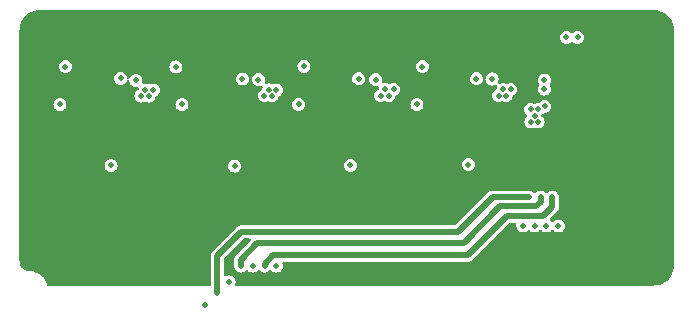
<source format=gbr>
G04 #@! TF.GenerationSoftware,KiCad,Pcbnew,(6.0.4)*
G04 #@! TF.CreationDate,2022-07-06T17:36:01+08:00*
G04 #@! TF.ProjectId,MP1495S_EVB,4d503134-3935-4535-9f45-56422e6b6963,rev?*
G04 #@! TF.SameCoordinates,PX5e56640PY77750e0*
G04 #@! TF.FileFunction,Copper,L2,Inr*
G04 #@! TF.FilePolarity,Positive*
%FSLAX46Y46*%
G04 Gerber Fmt 4.6, Leading zero omitted, Abs format (unit mm)*
G04 Created by KiCad (PCBNEW (6.0.4)) date 2022-07-06 17:36:01*
%MOMM*%
%LPD*%
G01*
G04 APERTURE LIST*
G04 #@! TA.AperFunction,ViaPad*
%ADD10C,0.500000*%
G04 #@! TD*
G04 #@! TA.AperFunction,Conductor*
%ADD11C,0.500000*%
G04 #@! TD*
G04 APERTURE END LIST*
D10*
G04 #@! TO.N,GND*
X48330000Y24310001D03*
X49430000Y24310000D03*
X48879999Y24310001D03*
X38849999Y24320000D03*
X39400000Y24320000D03*
X29680000Y24300000D03*
X29130000Y24300000D03*
X28580001Y24300000D03*
X11690000Y29590000D03*
X10690000Y29590000D03*
X65390000Y29490000D03*
X64390000Y29490000D03*
X18070000Y24320000D03*
X18619999Y24320000D03*
X19170000Y24320000D03*
X57429999Y14305001D03*
X57970000Y15005000D03*
X56870000Y15005001D03*
X56880000Y14305001D03*
X57980000Y14305000D03*
X57419999Y15005001D03*
X57970000Y13605000D03*
X57419999Y13605001D03*
X56880000Y12905001D03*
X57980000Y12905000D03*
X56870000Y13605001D03*
X57429999Y12905001D03*
X58680000Y12905001D03*
X59219999Y13605001D03*
X59770000Y13605000D03*
X59780000Y12905000D03*
X58670000Y13605001D03*
X59229999Y12905001D03*
X59219999Y15005001D03*
X59780000Y14305000D03*
X59229999Y14305001D03*
X58670000Y15005001D03*
X59770000Y15005000D03*
X58680000Y14305001D03*
X57075000Y26693334D03*
X57750000Y26693334D03*
X56400000Y26703334D03*
X57065000Y25916668D03*
X56390001Y25926668D03*
X57740000Y25916668D03*
X56390000Y25150000D03*
X57065000Y25140000D03*
X57740000Y25140000D03*
X13160000Y33320000D03*
X14160000Y33320000D03*
X15160000Y33320000D03*
X16160000Y33320000D03*
X17160000Y33320000D03*
X18160000Y33320000D03*
X19160000Y33320000D03*
X20160000Y33320000D03*
X21160000Y33320000D03*
X22160000Y33320000D03*
X23160000Y33320000D03*
X24160000Y33320000D03*
X25160000Y33320000D03*
X26160000Y33320000D03*
X27160000Y33320000D03*
X28160000Y33320000D03*
X29160000Y33320000D03*
X30160000Y33320000D03*
X31160000Y33320000D03*
X32160000Y33320000D03*
X33160000Y33320000D03*
X34160000Y33320000D03*
X35160000Y33320000D03*
X36160000Y33320000D03*
X37160000Y33320000D03*
X38160000Y33320000D03*
X39160000Y33320000D03*
X40160000Y33320000D03*
X41160000Y33320000D03*
X42160000Y33320000D03*
X43160000Y33320000D03*
X44160000Y33320000D03*
X45160000Y33320000D03*
X46160000Y33320000D03*
X47160000Y33320000D03*
X48160000Y33320000D03*
X49160000Y33320000D03*
X50160000Y33320000D03*
X51160000Y33320000D03*
X52160000Y33320000D03*
X53160000Y33320000D03*
X54160000Y33320000D03*
X55160000Y33320000D03*
X56160000Y33320000D03*
X57160000Y33320000D03*
X58160000Y33320000D03*
X59160000Y33320000D03*
X60160000Y33320000D03*
X61160000Y33320000D03*
X12290000Y32130000D03*
X13160000Y32320000D03*
X14160000Y32320000D03*
X15160000Y32320000D03*
X16160000Y32320000D03*
X17160000Y32320000D03*
X18160000Y32320000D03*
X19160000Y32320000D03*
X20160000Y32320000D03*
X21160000Y32320000D03*
X22160000Y32320000D03*
X23160000Y32320000D03*
X24160000Y32320000D03*
X25160000Y32320000D03*
X26160000Y32320000D03*
X27160000Y32320000D03*
X28160000Y32320000D03*
X29160000Y32320000D03*
X30160000Y32320000D03*
X31160000Y32320000D03*
X32160000Y32320000D03*
X33160000Y32320000D03*
X34160000Y32320000D03*
X35160000Y32320000D03*
X36160000Y32320000D03*
X37160000Y32320000D03*
X38160000Y32320000D03*
X39160000Y32320000D03*
X40160000Y32320000D03*
X41160000Y32320000D03*
X42160000Y32320000D03*
X43160000Y32320000D03*
X44160000Y32320000D03*
X45160000Y32320000D03*
X46160000Y32320000D03*
X47160000Y32320000D03*
X48160000Y32320000D03*
X49160000Y32320000D03*
X50160000Y32320000D03*
X51160000Y32320000D03*
X52160000Y32320000D03*
X53160000Y32320000D03*
X54160000Y32320000D03*
X55160000Y32320000D03*
X56160000Y32320000D03*
X57160000Y32320000D03*
X58160000Y32320000D03*
X59160000Y32320000D03*
X60160000Y32320000D03*
X61160000Y32320000D03*
X62160000Y32320000D03*
X62160000Y33320000D03*
X63160000Y32320000D03*
X63160000Y33320000D03*
X63860000Y32050000D03*
X64160000Y33320000D03*
X11300000Y33020000D03*
X10670000Y31600000D03*
X11780000Y31470000D03*
X10690000Y30590000D03*
X11690000Y30590000D03*
X10690000Y28590000D03*
X11690000Y28590000D03*
X10690000Y27590000D03*
X11690000Y27590000D03*
X10690000Y26590000D03*
X11690000Y26590000D03*
X10690000Y25590000D03*
X11690000Y25590000D03*
X10690000Y24590000D03*
X11690000Y24590000D03*
X10690000Y23590000D03*
X11690000Y23590000D03*
X10690000Y22590000D03*
X11690000Y22590000D03*
X10690000Y21590000D03*
X11690000Y21590000D03*
X10690000Y20590000D03*
X11690000Y20590000D03*
X10690000Y19590000D03*
X11690000Y19590000D03*
X10690000Y18590000D03*
X11690000Y18590000D03*
X10690000Y17590000D03*
X11690000Y17590000D03*
X10690000Y16590000D03*
X11690000Y16590000D03*
X10690000Y15590000D03*
X11690000Y15590000D03*
X10690000Y14590000D03*
X11690000Y14590000D03*
X10690000Y13590000D03*
X11690000Y13590000D03*
X10690000Y12590000D03*
X11690000Y12590000D03*
X11690000Y11590000D03*
X41690000Y11590000D03*
X42690000Y11590000D03*
X43690000Y11590000D03*
X44690000Y11590000D03*
X45690000Y11590000D03*
X46690000Y11590000D03*
X47690000Y11590000D03*
X48690000Y11590000D03*
X49690000Y11590000D03*
X50690000Y11590000D03*
X51690000Y11590000D03*
X52690000Y11590000D03*
X53690000Y11590000D03*
X54690000Y11590000D03*
X55690000Y11590000D03*
X56690000Y11590000D03*
X57690000Y11590000D03*
X58690000Y11590000D03*
X59690000Y11590000D03*
X60690000Y11590000D03*
X61690000Y11590000D03*
X62690000Y11590000D03*
X63600000Y11860000D03*
X33690000Y10590000D03*
X34690000Y10590000D03*
X35690000Y10590000D03*
X36690000Y10590000D03*
X37690000Y10590000D03*
X38690000Y10590000D03*
X39690000Y10590000D03*
X40690000Y10590000D03*
X41690000Y10590000D03*
X42690000Y10590000D03*
X43690000Y10590000D03*
X44690000Y10590000D03*
X45690000Y10590000D03*
X46690000Y10590000D03*
X47690000Y10590000D03*
X48690000Y10590000D03*
X49690000Y10590000D03*
X50690000Y10590000D03*
X51690000Y10590000D03*
X52690000Y10590000D03*
X53690000Y10590000D03*
X54690000Y10590000D03*
X55690000Y10590000D03*
X56690000Y10590000D03*
X57690000Y10590000D03*
X58690000Y10590000D03*
X59690000Y10590000D03*
X60690000Y10590000D03*
X61690000Y10590000D03*
X62690000Y10590000D03*
X63690000Y10590000D03*
X64870000Y32980000D03*
X64290000Y31450000D03*
X65380000Y31520000D03*
X64390000Y30490000D03*
X65380000Y30500000D03*
X64390000Y28490000D03*
X65390000Y28490000D03*
X64390000Y27490000D03*
X65390000Y27490000D03*
X64390000Y26490000D03*
X65390000Y26490000D03*
X64390000Y25490000D03*
X65390000Y25490000D03*
X64390000Y24490000D03*
X65390000Y24490000D03*
X64390000Y23490000D03*
X65390000Y23490000D03*
X64390000Y22490000D03*
X65390000Y22490000D03*
X64390000Y21490000D03*
X65390000Y21490000D03*
X64390000Y20490000D03*
X65390000Y20490000D03*
X64390000Y19490000D03*
X65390000Y19490000D03*
X64390000Y18490000D03*
X65390000Y18490000D03*
X64390000Y17490000D03*
X65390000Y17490000D03*
X64390000Y16490000D03*
X65390000Y16490000D03*
X64390000Y15490000D03*
X65390000Y15490000D03*
X64390000Y14490000D03*
X65390000Y14490000D03*
X64390000Y13490000D03*
X65390000Y13490000D03*
X64210000Y12480000D03*
X65390000Y12550000D03*
X65320000Y11760000D03*
X64440000Y10700000D03*
X21660000Y32820000D03*
X36660000Y32820000D03*
X52660000Y32820000D03*
X53660000Y32820000D03*
X54660000Y32820000D03*
X59660000Y32820000D03*
X43660000Y32820000D03*
X44660000Y32820000D03*
X48660000Y32820000D03*
X19660000Y32820000D03*
X51660000Y32820000D03*
X28660000Y32820000D03*
X56660000Y32820000D03*
X22660000Y32820000D03*
X37660000Y32820000D03*
X27660000Y32820000D03*
X55660000Y32820000D03*
X39660000Y32820000D03*
X46660000Y32820000D03*
X50660000Y32820000D03*
X31660000Y32820000D03*
X20660000Y32820000D03*
X23660000Y32820000D03*
X34660000Y32820000D03*
X32660000Y32820000D03*
X29660000Y32820000D03*
X57660000Y32820000D03*
X61660000Y32820000D03*
X45660000Y32820000D03*
X49660000Y32820000D03*
X41660000Y32820000D03*
X18660000Y32820000D03*
X60660000Y32820000D03*
X30660000Y32820000D03*
X42660000Y32820000D03*
X24660000Y32820000D03*
X58660000Y32820000D03*
X40660000Y32820000D03*
X33660000Y32820000D03*
X25660000Y32820000D03*
X35660000Y32820000D03*
X26660000Y32820000D03*
X38660000Y32820000D03*
X47660000Y32820000D03*
X62660000Y32820000D03*
X63660000Y32820000D03*
X64370000Y32530000D03*
X12590000Y32770000D03*
X13660000Y32820000D03*
X14660000Y32820000D03*
X15660000Y32820000D03*
X16660000Y32820000D03*
X17660000Y32820000D03*
X64770000Y31920000D03*
X64890000Y31060000D03*
X64900000Y29990000D03*
X64890000Y17980000D03*
X64890000Y13980000D03*
X64100000Y11360000D03*
X64890000Y27980000D03*
X64890000Y21980000D03*
X64890000Y25980000D03*
X64890000Y20980000D03*
X64890000Y15980000D03*
X64820000Y12910000D03*
X64890000Y14980000D03*
X64890000Y24980000D03*
X64890000Y23980000D03*
X64890000Y19980000D03*
X64890000Y16980000D03*
X64890000Y22980000D03*
X64890000Y18980000D03*
X64890000Y26980000D03*
X64890000Y28980000D03*
X10850000Y32400000D03*
X11190000Y27110000D03*
X11190000Y20110000D03*
X11190000Y29110000D03*
X11190000Y19110000D03*
X11190000Y31110000D03*
X11190000Y28110000D03*
X11190000Y26110000D03*
X11190000Y24110000D03*
X11190000Y23110000D03*
X11190000Y22110000D03*
X11190000Y21110000D03*
X11190000Y25110000D03*
X11190000Y15110000D03*
X11190000Y13110000D03*
X11190000Y14110000D03*
X11190000Y17110000D03*
X11190000Y18110000D03*
X11190000Y16110000D03*
X11190000Y30110000D03*
X11190000Y12090000D03*
X47210000Y11080000D03*
X54210000Y11080000D03*
X41210000Y11080000D03*
X43210000Y11080000D03*
X62210000Y11080000D03*
X55210000Y11080000D03*
X48210000Y11080000D03*
X61210000Y11080000D03*
X49210000Y11080000D03*
X51210000Y11080000D03*
X58210000Y11080000D03*
X57210000Y11080000D03*
X56210000Y11080000D03*
X50210000Y11080000D03*
X42210000Y11080000D03*
X44210000Y11080000D03*
X45210000Y11080000D03*
X46210000Y11080000D03*
X60210000Y11080000D03*
X53210000Y11080000D03*
X59210000Y11080000D03*
X63210000Y11080000D03*
X52210000Y11080000D03*
X11800000Y32570000D03*
X11360000Y31990000D03*
X65310000Y32360000D03*
X64650000Y11940000D03*
X64980000Y11120000D03*
X57019999Y18505001D03*
X57570000Y18505000D03*
X56470000Y18505001D03*
X57029999Y17805001D03*
X56480000Y17805001D03*
X57580000Y17805000D03*
X23920000Y22730000D03*
X23920000Y22130000D03*
X23920000Y21530000D03*
X24520000Y22730000D03*
X25130000Y22730000D03*
X35410000Y22640000D03*
X34200000Y22640000D03*
X34200000Y21440000D03*
X34800000Y22640000D03*
X34200000Y22040000D03*
X44190000Y22070000D03*
X45400000Y22670000D03*
X44190000Y21470000D03*
X44190000Y22670000D03*
X44790000Y22670000D03*
X57019999Y19895001D03*
X56480000Y19195001D03*
X56470000Y19895001D03*
X57570000Y19895000D03*
X57580000Y19195000D03*
X57029999Y19195001D03*
X55279999Y19895001D03*
X54740000Y19195001D03*
X55840000Y19195000D03*
X55830000Y19895000D03*
X54730000Y19895001D03*
X55289999Y19195001D03*
X53590000Y19195001D03*
X54139999Y19195001D03*
X53580000Y19895001D03*
X54129999Y19895001D03*
X56390001Y27480000D03*
X57740000Y27470000D03*
X38300000Y24320000D03*
X12160000Y33320000D03*
X57060000Y29060000D03*
X57065000Y27470000D03*
G04 #@! TO.N,5V*
X50860000Y26380000D03*
X51500000Y26380000D03*
X31040000Y26370000D03*
X31690000Y26370000D03*
X40880000Y26380000D03*
X41570000Y26380000D03*
X54200000Y25220000D03*
X54770000Y25460000D03*
X53910000Y24690000D03*
X53600000Y24150000D03*
X54200000Y24150000D03*
X20580000Y26340000D03*
X21260000Y26340000D03*
X20970000Y26860000D03*
X21640000Y26860000D03*
X31410000Y26860000D03*
X32060000Y26860000D03*
X24050000Y25630000D03*
X41280000Y26910000D03*
X41970000Y26910000D03*
X33930000Y25640000D03*
X51260000Y26900000D03*
X51900000Y26900000D03*
X43950000Y25640000D03*
X13720000Y25640000D03*
X53580000Y25220000D03*
G04 #@! TO.N,3.3V*
X48980000Y27800000D03*
X48310000Y20530000D03*
G04 #@! TO.N,2.5V*
X39030000Y27800000D03*
X38310000Y20470000D03*
G04 #@! TO.N,1.5V*
X29180000Y27790000D03*
X28510000Y20410000D03*
G04 #@! TO.N,1.2V*
X18870000Y27840000D03*
X18060000Y20470000D03*
G04 #@! TO.N,Net-(1V2-Pad1)*
X14180002Y28840000D03*
X20160000Y27660000D03*
G04 #@! TO.N,Net-(1V5-Pad1)*
X23540000Y28810000D03*
X30530000Y27720000D03*
G04 #@! TO.N,Net-(2V5-Pad1)*
X40470000Y27730000D03*
X34380000Y28870000D03*
G04 #@! TO.N,Net-(3V3-Pad1)*
X50320000Y27780000D03*
X44410000Y28830000D03*
G04 #@! TO.N,Net-(C3-Pad1)*
X56600000Y31300000D03*
X54750000Y27700000D03*
G04 #@! TO.N,Net-(R34-Pad2)*
X57560000Y31300000D03*
X54740000Y26940000D03*
G04 #@! TO.N,REG_EN2*
X52925000Y15350000D03*
X26050000Y8690000D03*
G04 #@! TO.N,REG_EN1*
X53420000Y17785000D03*
X27050000Y9630000D03*
G04 #@! TO.N,REG_CHG*
X53920000Y15345000D03*
X28043332Y10610000D03*
G04 #@! TO.N,REG_POWER*
X54420000Y17785000D03*
X29044998Y11945000D03*
G04 #@! TO.N,BAT_ISET*
X54920000Y15345000D03*
X30046664Y11945000D03*
G04 #@! TO.N,BAT_PG*
X55420000Y17785000D03*
X31048330Y11945000D03*
G04 #@! TO.N,BAT_CHG*
X32060000Y11945000D03*
X55920000Y15345000D03*
G04 #@! TD*
D11*
G04 #@! TO.N,REG_EN1*
X50365000Y17785000D02*
X47420000Y14840000D01*
X27050000Y12825000D02*
X27050000Y9630000D01*
X47420000Y14840000D02*
X29065000Y14840000D01*
X29065000Y14840000D02*
X27050000Y12825000D01*
X53420000Y17785000D02*
X50365000Y17785000D01*
G04 #@! TO.N,REG_POWER*
X47910000Y13890000D02*
X30440000Y13890000D01*
X54025000Y17000000D02*
X51020000Y17000000D01*
X30440000Y13890000D02*
X29044998Y12494998D01*
X54420000Y17785000D02*
X54420000Y17395000D01*
X51020000Y17000000D02*
X47910000Y13890000D01*
X29044998Y12494998D02*
X29044998Y11945000D01*
X54420000Y17395000D02*
X54025000Y17000000D01*
G04 #@! TO.N,BAT_PG*
X31048330Y11945000D02*
X31048330Y12148330D01*
X55420000Y16945000D02*
X55420000Y17785000D01*
X51580000Y16150000D02*
X54625000Y16150000D01*
X48300000Y12870000D02*
X51580000Y16150000D01*
X31770000Y12870000D02*
X48300000Y12870000D01*
X31048330Y12148330D02*
X31770000Y12870000D01*
X54625000Y16150000D02*
X55420000Y16945000D01*
G04 #@! TD*
G04 #@! TA.AperFunction,Conductor*
G04 #@! TO.N,GND*
G36*
X63984563Y33638210D02*
G01*
X63989145Y33637402D01*
X64000000Y33635488D01*
X64010855Y33637402D01*
X64021878Y33637402D01*
X64021878Y33637037D01*
X64034237Y33637675D01*
X64232962Y33623462D01*
X64250756Y33620904D01*
X64470179Y33573172D01*
X64487418Y33568110D01*
X64697823Y33489633D01*
X64714167Y33482168D01*
X64911251Y33374552D01*
X64926370Y33364835D01*
X65106133Y33230266D01*
X65119719Y33218493D01*
X65278493Y33059719D01*
X65290266Y33046133D01*
X65424835Y32866370D01*
X65434554Y32851247D01*
X65542166Y32654171D01*
X65549633Y32637823D01*
X65604134Y32491702D01*
X65628108Y32427424D01*
X65633173Y32410174D01*
X65680904Y32190756D01*
X65683462Y32172962D01*
X65697675Y31974237D01*
X65697038Y31961881D01*
X65697402Y31961881D01*
X65697402Y31950857D01*
X65695488Y31940000D01*
X65698210Y31924566D01*
X65700124Y31902690D01*
X65699868Y23752353D01*
X65699501Y12037321D01*
X65697587Y12015447D01*
X65696778Y12010859D01*
X65696778Y12010854D01*
X65694864Y12000000D01*
X65696778Y11989145D01*
X65696778Y11978122D01*
X65696413Y11978122D01*
X65697051Y11965764D01*
X65683489Y11776130D01*
X65682838Y11767034D01*
X65680280Y11749248D01*
X65634746Y11539930D01*
X65632550Y11529835D01*
X65627486Y11512586D01*
X65620749Y11494524D01*
X65581993Y11390614D01*
X65549011Y11302187D01*
X65541544Y11285839D01*
X65433930Y11088759D01*
X65424213Y11073640D01*
X65290883Y10895532D01*
X65289646Y10893880D01*
X65277873Y10880293D01*
X65119092Y10721515D01*
X65105505Y10709742D01*
X64925748Y10575179D01*
X64910625Y10565460D01*
X64713541Y10457846D01*
X64697188Y10450378D01*
X64486799Y10371909D01*
X64469557Y10366847D01*
X64250135Y10319117D01*
X64232341Y10316559D01*
X64199608Y10314218D01*
X64033520Y10302342D01*
X64021259Y10302974D01*
X64021259Y10302598D01*
X64010235Y10302598D01*
X63999380Y10304512D01*
X63983943Y10301790D01*
X63962071Y10299877D01*
X47283607Y10300210D01*
X32752372Y10300500D01*
X32740818Y10301065D01*
X32729832Y10304246D01*
X32695017Y10301231D01*
X32692014Y10300971D01*
X32681143Y10300501D01*
X32672058Y10300501D01*
X32665477Y10299275D01*
X32653284Y10297616D01*
X32647420Y10297108D01*
X32629894Y10295591D01*
X32629892Y10295591D01*
X32618304Y10294587D01*
X32607855Y10289479D01*
X32604565Y10288567D01*
X32601386Y10287340D01*
X32589953Y10285211D01*
X32560040Y10266773D01*
X32549287Y10260850D01*
X32532816Y10252799D01*
X32477486Y10240000D01*
X28674502Y10240000D01*
X28606381Y10260002D01*
X28559888Y10313658D01*
X28549784Y10383932D01*
X28558093Y10414217D01*
X28576500Y10458657D01*
X28579662Y10466291D01*
X28598582Y10610000D01*
X28579662Y10753709D01*
X28524193Y10887625D01*
X28435953Y11002621D01*
X28320957Y11090861D01*
X28187041Y11146330D01*
X28043332Y11165250D01*
X27899623Y11146330D01*
X27774717Y11094593D01*
X27704128Y11087004D01*
X27640641Y11118783D01*
X27604414Y11179842D01*
X27600500Y11211002D01*
X27600500Y12544785D01*
X27620502Y12612906D01*
X27637405Y12633880D01*
X29256119Y14252595D01*
X29318431Y14286620D01*
X29345214Y14289500D01*
X29756785Y14289500D01*
X29824906Y14269498D01*
X29871399Y14215842D01*
X29881503Y14145568D01*
X29852009Y14080988D01*
X29845880Y14074405D01*
X28666356Y12894880D01*
X28662547Y12891227D01*
X28616842Y12849199D01*
X28593899Y12812196D01*
X28587198Y12802446D01*
X28560886Y12767781D01*
X28555352Y12753803D01*
X28545291Y12733799D01*
X28537363Y12721012D01*
X28534966Y12712761D01*
X28534965Y12712759D01*
X28525223Y12679226D01*
X28521378Y12667996D01*
X28505362Y12627545D01*
X28504464Y12619004D01*
X28504464Y12619003D01*
X28503790Y12612590D01*
X28499478Y12590615D01*
X28495283Y12576173D01*
X28494498Y12565483D01*
X28494498Y12530781D01*
X28493808Y12517611D01*
X28489597Y12477544D01*
X28491029Y12469079D01*
X28491029Y12469070D01*
X28492733Y12458998D01*
X28494498Y12437985D01*
X28494498Y11989338D01*
X28493420Y11972891D01*
X28489748Y11945000D01*
X28494349Y11910055D01*
X28494498Y11908557D01*
X28494498Y11907215D01*
X28494989Y11903634D01*
X28494990Y11903620D01*
X28500228Y11865389D01*
X28500316Y11864733D01*
X28508668Y11801291D01*
X28509176Y11800064D01*
X28509792Y11795568D01*
X28538523Y11729174D01*
X28539268Y11727414D01*
X28564137Y11667375D01*
X28566726Y11664000D01*
X28569693Y11657145D01*
X28611921Y11604998D01*
X28612408Y11604396D01*
X28614449Y11601807D01*
X28647352Y11558928D01*
X28652377Y11552379D01*
X28656870Y11548931D01*
X28657638Y11548079D01*
X28659205Y11546608D01*
X28664612Y11539930D01*
X28715966Y11503435D01*
X28716744Y11502882D01*
X28720440Y11500152D01*
X28767373Y11464139D01*
X28774609Y11461141D01*
X28778798Y11458452D01*
X28780553Y11457535D01*
X28787556Y11452558D01*
X28795639Y11449648D01*
X28795641Y11449647D01*
X28844208Y11432162D01*
X28849745Y11430020D01*
X28863960Y11424132D01*
X28901289Y11408670D01*
X28909480Y11407591D01*
X28916016Y11405840D01*
X28919211Y11404838D01*
X28921387Y11404376D01*
X28929466Y11401467D01*
X28959344Y11399273D01*
X28985863Y11397325D01*
X28993080Y11396585D01*
X29027011Y11392118D01*
X29044998Y11389750D01*
X29053186Y11390828D01*
X29061446Y11390828D01*
X29061446Y11390529D01*
X29064417Y11390614D01*
X29071326Y11391049D01*
X29079889Y11390420D01*
X29091451Y11392751D01*
X29131743Y11400875D01*
X29140199Y11402283D01*
X29180522Y11407592D01*
X29180524Y11407593D01*
X29188707Y11408670D01*
X29196333Y11411829D01*
X29201020Y11413085D01*
X29218080Y11418285D01*
X29227741Y11420233D01*
X29271643Y11442602D01*
X29280628Y11446744D01*
X29314989Y11460977D01*
X29322623Y11464139D01*
X29330655Y11470302D01*
X29350152Y11482604D01*
X29362130Y11488707D01*
X29368453Y11494521D01*
X29368457Y11494524D01*
X29395757Y11519627D01*
X29404337Y11526839D01*
X29431063Y11547347D01*
X29431069Y11547353D01*
X29437619Y11552379D01*
X29445872Y11563134D01*
X29503206Y11604998D01*
X29574077Y11609220D01*
X29635980Y11574456D01*
X29645788Y11563137D01*
X29654043Y11552379D01*
X29769039Y11464139D01*
X29902955Y11408670D01*
X30046664Y11389750D01*
X30190373Y11408670D01*
X30324289Y11464139D01*
X30439285Y11552379D01*
X30447537Y11563133D01*
X30504876Y11604998D01*
X30575747Y11609218D01*
X30637649Y11574452D01*
X30647461Y11563128D01*
X30650684Y11558928D01*
X30655709Y11552379D01*
X30660202Y11548931D01*
X30660970Y11548079D01*
X30662537Y11546608D01*
X30667944Y11539930D01*
X30719298Y11503435D01*
X30720076Y11502882D01*
X30723772Y11500152D01*
X30770705Y11464139D01*
X30777941Y11461141D01*
X30782130Y11458452D01*
X30783885Y11457535D01*
X30790888Y11452558D01*
X30798971Y11449648D01*
X30798973Y11449647D01*
X30847540Y11432162D01*
X30853077Y11430020D01*
X30867292Y11424132D01*
X30904621Y11408670D01*
X30912812Y11407591D01*
X30919348Y11405840D01*
X30922543Y11404838D01*
X30924719Y11404376D01*
X30932798Y11401467D01*
X30962676Y11399273D01*
X30989195Y11397325D01*
X30996412Y11396585D01*
X31030343Y11392118D01*
X31048330Y11389750D01*
X31056518Y11390828D01*
X31064778Y11390828D01*
X31064778Y11390529D01*
X31067749Y11390614D01*
X31074658Y11391049D01*
X31083221Y11390420D01*
X31094783Y11392751D01*
X31135075Y11400875D01*
X31143531Y11402283D01*
X31183854Y11407592D01*
X31183856Y11407593D01*
X31192039Y11408670D01*
X31199665Y11411829D01*
X31204352Y11413085D01*
X31221412Y11418285D01*
X31231073Y11420233D01*
X31274975Y11442602D01*
X31283960Y11446744D01*
X31318321Y11460977D01*
X31325955Y11464139D01*
X31333987Y11470302D01*
X31353484Y11482604D01*
X31365462Y11488707D01*
X31371785Y11494521D01*
X31371789Y11494524D01*
X31399089Y11519627D01*
X31407669Y11526839D01*
X31434395Y11547347D01*
X31434401Y11547353D01*
X31440951Y11552379D01*
X31449285Y11563239D01*
X31463945Y11579267D01*
X31469725Y11584582D01*
X31533404Y11615971D01*
X31603946Y11607949D01*
X31654977Y11568542D01*
X31667379Y11552379D01*
X31782375Y11464139D01*
X31916291Y11408670D01*
X32060000Y11389750D01*
X32203709Y11408670D01*
X32337625Y11464139D01*
X32452621Y11552379D01*
X32540861Y11667375D01*
X32596330Y11801291D01*
X32615250Y11945000D01*
X32596330Y12088709D01*
X32572897Y12145282D01*
X32565308Y12215872D01*
X32597088Y12279359D01*
X32658146Y12315586D01*
X32689306Y12319500D01*
X48285007Y12319500D01*
X48290284Y12319389D01*
X48352294Y12316790D01*
X48363848Y12319500D01*
X48394662Y12326727D01*
X48406333Y12328890D01*
X48421229Y12330931D01*
X48449432Y12334794D01*
X48463230Y12340765D01*
X48484499Y12347799D01*
X48490775Y12349271D01*
X48499136Y12351232D01*
X48506661Y12355369D01*
X48506664Y12355370D01*
X48537268Y12372195D01*
X48547913Y12377411D01*
X48587855Y12394695D01*
X48599541Y12404158D01*
X48618126Y12416646D01*
X48625518Y12420710D01*
X48631308Y12423893D01*
X48639422Y12430897D01*
X48663958Y12455433D01*
X48673759Y12464258D01*
X48698392Y12484206D01*
X48698393Y12484207D01*
X48705070Y12489614D01*
X48710043Y12496612D01*
X48710048Y12496617D01*
X48715968Y12504948D01*
X48729579Y12521054D01*
X51771120Y15562595D01*
X51833432Y15596621D01*
X51860215Y15599500D01*
X52258922Y15599500D01*
X52327043Y15579498D01*
X52373536Y15525842D01*
X52383844Y15457053D01*
X52375097Y15390611D01*
X52369750Y15350000D01*
X52388670Y15206291D01*
X52444139Y15072375D01*
X52532379Y14957379D01*
X52647375Y14869139D01*
X52781291Y14813670D01*
X52925000Y14794750D01*
X53068709Y14813670D01*
X53202625Y14869139D01*
X53317621Y14957379D01*
X53322647Y14963929D01*
X53328488Y14969770D01*
X53330069Y14968189D01*
X53377963Y15003156D01*
X53448834Y15007375D01*
X53510735Y14972608D01*
X53520545Y14961285D01*
X53527379Y14952379D01*
X53642375Y14864139D01*
X53776291Y14808670D01*
X53920000Y14789750D01*
X54063709Y14808670D01*
X54197625Y14864139D01*
X54312621Y14952379D01*
X54320038Y14962045D01*
X54322725Y14964007D01*
X54323488Y14964770D01*
X54323607Y14964651D01*
X54377376Y15003912D01*
X54448247Y15008134D01*
X54510149Y14973370D01*
X54519962Y14962045D01*
X54527379Y14952379D01*
X54642375Y14864139D01*
X54776291Y14808670D01*
X54920000Y14789750D01*
X55063709Y14808670D01*
X55197625Y14864139D01*
X55312621Y14952379D01*
X55320038Y14962045D01*
X55322725Y14964007D01*
X55323488Y14964770D01*
X55323607Y14964651D01*
X55377376Y15003912D01*
X55448247Y15008134D01*
X55510149Y14973370D01*
X55519962Y14962045D01*
X55527379Y14952379D01*
X55642375Y14864139D01*
X55776291Y14808670D01*
X55920000Y14789750D01*
X56063709Y14808670D01*
X56197625Y14864139D01*
X56312621Y14952379D01*
X56400861Y15067375D01*
X56456330Y15201291D01*
X56475250Y15345000D01*
X56456330Y15488709D01*
X56400861Y15622625D01*
X56312621Y15737621D01*
X56197625Y15825861D01*
X56063709Y15881330D01*
X55920000Y15900250D01*
X55776291Y15881330D01*
X55642375Y15825861D01*
X55527379Y15737621D01*
X55522353Y15731071D01*
X55519962Y15727955D01*
X55517275Y15725993D01*
X55516512Y15725230D01*
X55516393Y15725349D01*
X55462624Y15686088D01*
X55391753Y15681866D01*
X55329851Y15716630D01*
X55320038Y15727955D01*
X55317647Y15731071D01*
X55312621Y15737621D01*
X55244704Y15789735D01*
X55202840Y15847070D01*
X55198618Y15917941D01*
X55232315Y15978790D01*
X55798654Y16545130D01*
X55802464Y16548783D01*
X55841833Y16584985D01*
X55848156Y16590799D01*
X55871099Y16627802D01*
X55877800Y16637552D01*
X55904112Y16672217D01*
X55909646Y16686196D01*
X55919707Y16706199D01*
X55927635Y16718986D01*
X55939775Y16760772D01*
X55943621Y16772005D01*
X55956473Y16804465D01*
X55959636Y16812453D01*
X55961208Y16827408D01*
X55965520Y16849383D01*
X55969715Y16863825D01*
X55970500Y16874515D01*
X55970500Y16909217D01*
X55971190Y16922387D01*
X55974503Y16953912D01*
X55975401Y16962454D01*
X55973969Y16970919D01*
X55973969Y16970928D01*
X55972265Y16981000D01*
X55970500Y17002013D01*
X55970500Y17740662D01*
X55971578Y17757109D01*
X55974172Y17776812D01*
X55975250Y17785000D01*
X55970649Y17819945D01*
X55970500Y17821443D01*
X55970500Y17822785D01*
X55970009Y17826366D01*
X55970008Y17826380D01*
X55964770Y17864611D01*
X55964682Y17865267D01*
X55956986Y17923725D01*
X55956330Y17928709D01*
X55955822Y17929936D01*
X55955206Y17934432D01*
X55926475Y18000826D01*
X55925730Y18002586D01*
X55904019Y18055001D01*
X55900861Y18062625D01*
X55898272Y18066000D01*
X55895305Y18072855D01*
X55852578Y18125619D01*
X55850549Y18128193D01*
X55817646Y18171073D01*
X55817644Y18171075D01*
X55812621Y18177621D01*
X55808128Y18181069D01*
X55807360Y18181921D01*
X55805793Y18183392D01*
X55800386Y18190070D01*
X55748245Y18227124D01*
X55744558Y18229848D01*
X55697625Y18265861D01*
X55690389Y18268859D01*
X55686200Y18271548D01*
X55684445Y18272465D01*
X55677442Y18277442D01*
X55669359Y18280352D01*
X55669357Y18280353D01*
X55620790Y18297838D01*
X55615253Y18299980D01*
X55574660Y18316794D01*
X55563709Y18321330D01*
X55555518Y18322409D01*
X55548982Y18324160D01*
X55545787Y18325162D01*
X55543611Y18325624D01*
X55535532Y18328533D01*
X55505654Y18330727D01*
X55479135Y18332675D01*
X55471918Y18333415D01*
X55428188Y18339172D01*
X55420000Y18340250D01*
X55411812Y18339172D01*
X55403552Y18339172D01*
X55403552Y18339471D01*
X55400581Y18339386D01*
X55393672Y18338951D01*
X55385109Y18339580D01*
X55376688Y18337882D01*
X55333255Y18329125D01*
X55324799Y18327717D01*
X55284476Y18322408D01*
X55284474Y18322407D01*
X55276291Y18321330D01*
X55268665Y18318171D01*
X55263978Y18316915D01*
X55246918Y18311715D01*
X55237257Y18309767D01*
X55193355Y18287398D01*
X55184370Y18283256D01*
X55158292Y18272454D01*
X55142375Y18265861D01*
X55135820Y18260831D01*
X55134343Y18259698D01*
X55114846Y18247396D01*
X55102868Y18241293D01*
X55096545Y18235479D01*
X55096541Y18235476D01*
X55069241Y18210373D01*
X55060661Y18203161D01*
X55033935Y18182653D01*
X55033929Y18182647D01*
X55027379Y18177621D01*
X55022350Y18171067D01*
X55019957Y18167949D01*
X55017271Y18165988D01*
X55016515Y18165232D01*
X55016397Y18165350D01*
X54962617Y18126086D01*
X54891745Y18121869D01*
X54829845Y18156637D01*
X54820038Y18167956D01*
X54817649Y18171070D01*
X54817644Y18171075D01*
X54812621Y18177621D01*
X54808128Y18181069D01*
X54807360Y18181921D01*
X54805793Y18183392D01*
X54800386Y18190070D01*
X54748245Y18227124D01*
X54744558Y18229848D01*
X54697625Y18265861D01*
X54690389Y18268859D01*
X54686200Y18271548D01*
X54684445Y18272465D01*
X54677442Y18277442D01*
X54669359Y18280352D01*
X54669357Y18280353D01*
X54620790Y18297838D01*
X54615253Y18299980D01*
X54574660Y18316794D01*
X54563709Y18321330D01*
X54555518Y18322409D01*
X54548982Y18324160D01*
X54545787Y18325162D01*
X54543611Y18325624D01*
X54535532Y18328533D01*
X54505654Y18330727D01*
X54479135Y18332675D01*
X54471918Y18333415D01*
X54428188Y18339172D01*
X54420000Y18340250D01*
X54411812Y18339172D01*
X54403552Y18339172D01*
X54403552Y18339471D01*
X54400581Y18339386D01*
X54393672Y18338951D01*
X54385109Y18339580D01*
X54376688Y18337882D01*
X54333255Y18329125D01*
X54324799Y18327717D01*
X54284476Y18322408D01*
X54284474Y18322407D01*
X54276291Y18321330D01*
X54268665Y18318171D01*
X54263978Y18316915D01*
X54246918Y18311715D01*
X54237257Y18309767D01*
X54193355Y18287398D01*
X54184370Y18283256D01*
X54158292Y18272454D01*
X54142375Y18265861D01*
X54135820Y18260831D01*
X54134343Y18259698D01*
X54114846Y18247396D01*
X54102868Y18241293D01*
X54096545Y18235479D01*
X54096541Y18235476D01*
X54069241Y18210373D01*
X54060661Y18203161D01*
X54033935Y18182653D01*
X54033929Y18182647D01*
X54027379Y18177621D01*
X54022350Y18171067D01*
X54019957Y18167949D01*
X54017271Y18165988D01*
X54016515Y18165232D01*
X54016397Y18165350D01*
X53962617Y18126086D01*
X53891745Y18121869D01*
X53829845Y18156637D01*
X53820038Y18167956D01*
X53817651Y18171067D01*
X53817647Y18171071D01*
X53812621Y18177621D01*
X53801761Y18185955D01*
X53785731Y18200617D01*
X53774201Y18213156D01*
X53766895Y18217686D01*
X53738435Y18235332D01*
X53728125Y18242457D01*
X53704175Y18260835D01*
X53697625Y18265861D01*
X53683895Y18271548D01*
X53681707Y18272454D01*
X53663524Y18281778D01*
X53654460Y18287398D01*
X53646014Y18292635D01*
X53609046Y18303375D01*
X53595978Y18307964D01*
X53571339Y18318170D01*
X53571336Y18318171D01*
X53563709Y18321330D01*
X53555528Y18322407D01*
X53555525Y18322408D01*
X53543098Y18324044D01*
X53524404Y18327967D01*
X53501175Y18334715D01*
X53493692Y18335264D01*
X53492792Y18335331D01*
X53492781Y18335331D01*
X53490485Y18335500D01*
X53464338Y18335500D01*
X53447891Y18336578D01*
X53428188Y18339172D01*
X53420000Y18340250D01*
X53411812Y18339172D01*
X53392109Y18336578D01*
X53375662Y18335500D01*
X50379993Y18335500D01*
X50374717Y18335611D01*
X50370310Y18335796D01*
X50312706Y18338210D01*
X50304341Y18336248D01*
X50270338Y18328273D01*
X50258667Y18326110D01*
X50251747Y18325162D01*
X50215568Y18320206D01*
X50207684Y18316794D01*
X50207683Y18316794D01*
X50201770Y18314235D01*
X50180501Y18307201D01*
X50165864Y18303768D01*
X50158339Y18299631D01*
X50158336Y18299630D01*
X50127732Y18282805D01*
X50117087Y18277589D01*
X50077145Y18260305D01*
X50065459Y18250842D01*
X50046875Y18238355D01*
X50033692Y18231107D01*
X50025578Y18224103D01*
X50001042Y18199567D01*
X49991241Y18190742D01*
X49966953Y18171073D01*
X49959930Y18165386D01*
X49954957Y18158388D01*
X49954952Y18158383D01*
X49949032Y18150052D01*
X49935421Y18133946D01*
X48567952Y16766476D01*
X47228881Y15427405D01*
X47166569Y15393379D01*
X47139786Y15390500D01*
X29079993Y15390500D01*
X29074717Y15390611D01*
X29070310Y15390796D01*
X29012706Y15393210D01*
X29004341Y15391248D01*
X28970338Y15383273D01*
X28958667Y15381110D01*
X28943771Y15379069D01*
X28915568Y15375206D01*
X28907684Y15371794D01*
X28907683Y15371794D01*
X28901770Y15369235D01*
X28880501Y15362201D01*
X28874228Y15360730D01*
X28874226Y15360729D01*
X28865864Y15358768D01*
X28858336Y15354629D01*
X28858335Y15354629D01*
X28827735Y15337806D01*
X28817073Y15332583D01*
X28785027Y15318716D01*
X28785026Y15318715D01*
X28777145Y15315305D01*
X28770472Y15309901D01*
X28765459Y15305842D01*
X28746871Y15293351D01*
X28733692Y15286106D01*
X28725578Y15279102D01*
X28701043Y15254567D01*
X28691242Y15245742D01*
X28659930Y15220386D01*
X28654954Y15213384D01*
X28654952Y15213382D01*
X28649032Y15205051D01*
X28635421Y15188945D01*
X26671358Y13224882D01*
X26667549Y13221229D01*
X26621844Y13179201D01*
X26598901Y13142198D01*
X26592200Y13132448D01*
X26565888Y13097783D01*
X26560354Y13083805D01*
X26550293Y13063801D01*
X26542365Y13051014D01*
X26539968Y13042763D01*
X26539967Y13042761D01*
X26530225Y13009228D01*
X26526380Y12997998D01*
X26510364Y12957547D01*
X26509466Y12949006D01*
X26509466Y12949005D01*
X26508792Y12942592D01*
X26504480Y12920617D01*
X26500285Y12906175D01*
X26499500Y12895485D01*
X26499500Y12860783D01*
X26498810Y12847613D01*
X26494599Y12807546D01*
X26496031Y12799081D01*
X26496031Y12799072D01*
X26497735Y12789000D01*
X26499500Y12767987D01*
X26499500Y10366000D01*
X26479498Y10297879D01*
X26425842Y10251386D01*
X26373500Y10240000D01*
X24955929Y10240000D01*
X24915017Y10246827D01*
X24897621Y10252799D01*
X24858032Y10266390D01*
X24852898Y10267247D01*
X24852893Y10267248D01*
X24658756Y10299643D01*
X24658754Y10299643D01*
X24653619Y10300500D01*
X24446381Y10300500D01*
X24441246Y10299643D01*
X24441244Y10299643D01*
X24247107Y10267248D01*
X24247102Y10267247D01*
X24241968Y10266390D01*
X24202379Y10252799D01*
X24184983Y10246827D01*
X24144071Y10240000D01*
X12784904Y10240000D01*
X12716783Y10260002D01*
X12670290Y10313658D01*
X12661783Y10339217D01*
X12644297Y10419603D01*
X12644295Y10419610D01*
X12643340Y10424000D01*
X12630717Y10457846D01*
X12569875Y10620972D01*
X12569874Y10620974D01*
X12568302Y10625189D01*
X12465396Y10813652D01*
X12415511Y10880293D01*
X12339415Y10981947D01*
X12339414Y10981948D01*
X12336717Y10985551D01*
X12333540Y10988728D01*
X12333534Y10988735D01*
X12188063Y11134210D01*
X12184884Y11137389D01*
X12181290Y11140079D01*
X12181286Y11140083D01*
X12016593Y11263375D01*
X12016586Y11263380D01*
X12012988Y11266073D01*
X11824528Y11368984D01*
X11706297Y11413085D01*
X11627559Y11442455D01*
X11627555Y11442456D01*
X11623341Y11444028D01*
X11413522Y11489677D01*
X11206985Y11504454D01*
X11199343Y11505802D01*
X11199334Y11505800D01*
X11199325Y11505802D01*
X11187088Y11503644D01*
X11175236Y11503905D01*
X11165676Y11504479D01*
X11036061Y11517242D01*
X11011834Y11522061D01*
X10866721Y11566078D01*
X10843905Y11575528D01*
X10710161Y11647013D01*
X10689623Y11660736D01*
X10572396Y11756942D01*
X10554943Y11774395D01*
X10458732Y11891629D01*
X10445013Y11912162D01*
X10373531Y12045897D01*
X10364078Y12068718D01*
X10355700Y12096340D01*
X10320061Y12213833D01*
X10315242Y12238058D01*
X10310561Y12285604D01*
X10302495Y12367518D01*
X10301889Y12379868D01*
X10301889Y12390466D01*
X10303804Y12401324D01*
X10301082Y12416763D01*
X10299169Y12438637D01*
X10299170Y12448567D01*
X10299460Y20470000D01*
X17504750Y20470000D01*
X17523670Y20326291D01*
X17579139Y20192375D01*
X17667379Y20077379D01*
X17782375Y19989139D01*
X17916291Y19933670D01*
X18060000Y19914750D01*
X18203709Y19933670D01*
X18337625Y19989139D01*
X18452621Y20077379D01*
X18540861Y20192375D01*
X18596330Y20326291D01*
X18607351Y20410000D01*
X27954750Y20410000D01*
X27973670Y20266291D01*
X28029139Y20132375D01*
X28117379Y20017379D01*
X28232375Y19929139D01*
X28366291Y19873670D01*
X28510000Y19854750D01*
X28653709Y19873670D01*
X28787625Y19929139D01*
X28902621Y20017379D01*
X28990861Y20132375D01*
X29046330Y20266291D01*
X29065250Y20410000D01*
X29057351Y20470000D01*
X37754750Y20470000D01*
X37773670Y20326291D01*
X37829139Y20192375D01*
X37917379Y20077379D01*
X38032375Y19989139D01*
X38166291Y19933670D01*
X38310000Y19914750D01*
X38453709Y19933670D01*
X38587625Y19989139D01*
X38702621Y20077379D01*
X38790861Y20192375D01*
X38846330Y20326291D01*
X38865250Y20470000D01*
X38857351Y20530000D01*
X47754750Y20530000D01*
X47773670Y20386291D01*
X47829139Y20252375D01*
X47917379Y20137379D01*
X48032375Y20049139D01*
X48166291Y19993670D01*
X48310000Y19974750D01*
X48453709Y19993670D01*
X48587625Y20049139D01*
X48702621Y20137379D01*
X48790861Y20252375D01*
X48846330Y20386291D01*
X48865250Y20530000D01*
X48846330Y20673709D01*
X48790861Y20807625D01*
X48702621Y20922621D01*
X48587625Y21010861D01*
X48453709Y21066330D01*
X48310000Y21085250D01*
X48166291Y21066330D01*
X48032375Y21010861D01*
X47917379Y20922621D01*
X47829139Y20807625D01*
X47773670Y20673709D01*
X47754750Y20530000D01*
X38857351Y20530000D01*
X38846330Y20613709D01*
X38790861Y20747625D01*
X38702621Y20862621D01*
X38587625Y20950861D01*
X38453709Y21006330D01*
X38310000Y21025250D01*
X38166291Y21006330D01*
X38032375Y20950861D01*
X37917379Y20862621D01*
X37829139Y20747625D01*
X37773670Y20613709D01*
X37754750Y20470000D01*
X29057351Y20470000D01*
X29046330Y20553709D01*
X28990861Y20687625D01*
X28902621Y20802621D01*
X28787625Y20890861D01*
X28653709Y20946330D01*
X28510000Y20965250D01*
X28366291Y20946330D01*
X28232375Y20890861D01*
X28117379Y20802621D01*
X28029139Y20687625D01*
X27973670Y20553709D01*
X27954750Y20410000D01*
X18607351Y20410000D01*
X18615250Y20470000D01*
X18596330Y20613709D01*
X18540861Y20747625D01*
X18452621Y20862621D01*
X18337625Y20950861D01*
X18203709Y21006330D01*
X18060000Y21025250D01*
X17916291Y21006330D01*
X17782375Y20950861D01*
X17667379Y20862621D01*
X17579139Y20747625D01*
X17523670Y20613709D01*
X17504750Y20470000D01*
X10299460Y20470000D01*
X10299576Y23669139D01*
X10299648Y25640000D01*
X13164750Y25640000D01*
X13183670Y25496291D01*
X13239139Y25362375D01*
X13327379Y25247379D01*
X13442375Y25159139D01*
X13576291Y25103670D01*
X13720000Y25084750D01*
X13863709Y25103670D01*
X13997625Y25159139D01*
X14112621Y25247379D01*
X14200861Y25362375D01*
X14256330Y25496291D01*
X14273933Y25630000D01*
X23494750Y25630000D01*
X23513670Y25486291D01*
X23569139Y25352375D01*
X23657379Y25237379D01*
X23772375Y25149139D01*
X23906291Y25093670D01*
X24050000Y25074750D01*
X24193709Y25093670D01*
X24327625Y25149139D01*
X24442621Y25237379D01*
X24530861Y25352375D01*
X24586330Y25486291D01*
X24605250Y25630000D01*
X24603933Y25640000D01*
X33374750Y25640000D01*
X33393670Y25496291D01*
X33449139Y25362375D01*
X33537379Y25247379D01*
X33652375Y25159139D01*
X33786291Y25103670D01*
X33930000Y25084750D01*
X34073709Y25103670D01*
X34207625Y25159139D01*
X34322621Y25247379D01*
X34410861Y25362375D01*
X34466330Y25496291D01*
X34485250Y25640000D01*
X43394750Y25640000D01*
X43413670Y25496291D01*
X43469139Y25362375D01*
X43557379Y25247379D01*
X43672375Y25159139D01*
X43806291Y25103670D01*
X43950000Y25084750D01*
X44093709Y25103670D01*
X44227625Y25159139D01*
X44306940Y25220000D01*
X53024750Y25220000D01*
X53043670Y25076291D01*
X53099139Y24942375D01*
X53187379Y24827379D01*
X53252661Y24777286D01*
X53294525Y24719952D01*
X53298747Y24649081D01*
X53263983Y24587178D01*
X53252658Y24577365D01*
X53207379Y24542621D01*
X53119139Y24427625D01*
X53063670Y24293709D01*
X53044750Y24150000D01*
X53063670Y24006291D01*
X53119139Y23872375D01*
X53207379Y23757379D01*
X53322375Y23669139D01*
X53456291Y23613670D01*
X53600000Y23594750D01*
X53743709Y23613670D01*
X53851783Y23658435D01*
X53922372Y23666024D01*
X53948215Y23658436D01*
X54056291Y23613670D01*
X54200000Y23594750D01*
X54343709Y23613670D01*
X54477625Y23669139D01*
X54592621Y23757379D01*
X54680861Y23872375D01*
X54736330Y24006291D01*
X54755250Y24150000D01*
X54736330Y24293709D01*
X54680861Y24427625D01*
X54592621Y24542621D01*
X54537340Y24585040D01*
X54495475Y24642375D01*
X54491253Y24713246D01*
X54526017Y24775149D01*
X54537329Y24784952D01*
X54592621Y24827379D01*
X54618533Y24861148D01*
X54675871Y24903015D01*
X54734941Y24909366D01*
X54770000Y24904750D01*
X54913709Y24923670D01*
X55047625Y24979139D01*
X55162621Y25067379D01*
X55250861Y25182375D01*
X55306330Y25316291D01*
X55325250Y25460000D01*
X55306330Y25603709D01*
X55250861Y25737625D01*
X55162621Y25852621D01*
X55047625Y25940861D01*
X54913709Y25996330D01*
X54770000Y26015250D01*
X54626291Y25996330D01*
X54492375Y25940861D01*
X54377379Y25852621D01*
X54372353Y25846071D01*
X54351467Y25818852D01*
X54294129Y25776985D01*
X54235059Y25770634D01*
X54200000Y25775250D01*
X54056291Y25756330D01*
X53938217Y25707423D01*
X53867628Y25699834D01*
X53841784Y25707422D01*
X53723709Y25756330D01*
X53580000Y25775250D01*
X53436291Y25756330D01*
X53302375Y25700861D01*
X53187379Y25612621D01*
X53099139Y25497625D01*
X53043670Y25363709D01*
X53024750Y25220000D01*
X44306940Y25220000D01*
X44342621Y25247379D01*
X44430861Y25362375D01*
X44486330Y25496291D01*
X44505250Y25640000D01*
X44486330Y25783709D01*
X44430861Y25917625D01*
X44342621Y26032621D01*
X44227625Y26120861D01*
X44093709Y26176330D01*
X43950000Y26195250D01*
X43806291Y26176330D01*
X43672375Y26120861D01*
X43557379Y26032621D01*
X43469139Y25917625D01*
X43413670Y25783709D01*
X43394750Y25640000D01*
X34485250Y25640000D01*
X34466330Y25783709D01*
X34410861Y25917625D01*
X34322621Y26032621D01*
X34207625Y26120861D01*
X34073709Y26176330D01*
X33930000Y26195250D01*
X33786291Y26176330D01*
X33652375Y26120861D01*
X33537379Y26032621D01*
X33449139Y25917625D01*
X33393670Y25783709D01*
X33374750Y25640000D01*
X24603933Y25640000D01*
X24586330Y25773709D01*
X24530861Y25907625D01*
X24442621Y26022621D01*
X24327625Y26110861D01*
X24193709Y26166330D01*
X24050000Y26185250D01*
X23906291Y26166330D01*
X23772375Y26110861D01*
X23657379Y26022621D01*
X23569139Y25907625D01*
X23513670Y25773709D01*
X23494750Y25630000D01*
X14273933Y25630000D01*
X14275250Y25640000D01*
X14256330Y25783709D01*
X14200861Y25917625D01*
X14112621Y26032621D01*
X13997625Y26120861D01*
X13863709Y26176330D01*
X13720000Y26195250D01*
X13576291Y26176330D01*
X13442375Y26120861D01*
X13327379Y26032621D01*
X13239139Y25917625D01*
X13183670Y25783709D01*
X13164750Y25640000D01*
X10299648Y25640000D01*
X10299728Y27840000D01*
X18314750Y27840000D01*
X18333670Y27696291D01*
X18389139Y27562375D01*
X18477379Y27447379D01*
X18592375Y27359139D01*
X18726291Y27303670D01*
X18870000Y27284750D01*
X19013709Y27303670D01*
X19147625Y27359139D01*
X19262621Y27447379D01*
X19350861Y27562375D01*
X19373317Y27616589D01*
X19417865Y27671870D01*
X19485228Y27694291D01*
X19554020Y27676733D01*
X19602398Y27624771D01*
X19614648Y27584818D01*
X19623670Y27516291D01*
X19679139Y27382375D01*
X19767379Y27267379D01*
X19882375Y27179139D01*
X20016291Y27123670D01*
X20160000Y27104750D01*
X20168188Y27105828D01*
X20289232Y27121764D01*
X20359381Y27110825D01*
X20412480Y27063697D01*
X20431670Y26995343D01*
X20430602Y26980404D01*
X20425277Y26939958D01*
X20396554Y26875031D01*
X20348573Y26839997D01*
X20333168Y26833616D01*
X20302375Y26820861D01*
X20187379Y26732621D01*
X20099139Y26617625D01*
X20043670Y26483709D01*
X20024750Y26340000D01*
X20043670Y26196291D01*
X20099139Y26062375D01*
X20187379Y25947379D01*
X20302375Y25859139D01*
X20436291Y25803670D01*
X20580000Y25784750D01*
X20723709Y25803670D01*
X20857625Y25859139D01*
X20859599Y25860654D01*
X20925999Y25876760D01*
X20980121Y25860868D01*
X20982375Y25859139D01*
X21116291Y25803670D01*
X21260000Y25784750D01*
X21403709Y25803670D01*
X21537625Y25859139D01*
X21652621Y25947379D01*
X21740861Y26062375D01*
X21763003Y26115832D01*
X21793170Y26188661D01*
X21793171Y26188664D01*
X21796330Y26196291D01*
X21800280Y26226291D01*
X21805300Y26264422D01*
X21834023Y26329349D01*
X21882003Y26364383D01*
X21909991Y26375976D01*
X21909997Y26375979D01*
X21917625Y26379139D01*
X22032621Y26467379D01*
X22120861Y26582375D01*
X22176330Y26716291D01*
X22195250Y26860000D01*
X22176330Y27003709D01*
X22120861Y27137625D01*
X22032621Y27252621D01*
X21917625Y27340861D01*
X21783709Y27396330D01*
X21640000Y27415250D01*
X21496291Y27396330D01*
X21362375Y27340861D01*
X21362135Y27341441D01*
X21299007Y27326126D01*
X21247755Y27341175D01*
X21247625Y27340861D01*
X21113709Y27396330D01*
X20970000Y27415250D01*
X20961812Y27414172D01*
X20851729Y27399679D01*
X20840768Y27398236D01*
X20770619Y27409175D01*
X20717520Y27456303D01*
X20698330Y27524657D01*
X20699399Y27539605D01*
X20700238Y27545972D01*
X20715250Y27660000D01*
X20698135Y27790000D01*
X28624750Y27790000D01*
X28643670Y27646291D01*
X28699139Y27512375D01*
X28787379Y27397379D01*
X28902375Y27309139D01*
X29036291Y27253670D01*
X29180000Y27234750D01*
X29323709Y27253670D01*
X29457625Y27309139D01*
X29572621Y27397379D01*
X29660861Y27512375D01*
X29716330Y27646291D01*
X29725470Y27715715D01*
X29738038Y27744125D01*
X29962340Y27744125D01*
X29975314Y27715715D01*
X29981571Y27668188D01*
X29993670Y27576291D01*
X30049139Y27442375D01*
X30137379Y27327379D01*
X30252375Y27239139D01*
X30386291Y27183670D01*
X30530000Y27164750D01*
X30673709Y27183670D01*
X30681343Y27186832D01*
X30724028Y27204512D01*
X30794618Y27212101D01*
X30858104Y27180321D01*
X30894331Y27119263D01*
X30891797Y27048311D01*
X30888654Y27039887D01*
X30876833Y27011346D01*
X30873670Y27003709D01*
X30870601Y26980394D01*
X30868301Y26962927D01*
X30839579Y26898000D01*
X30791599Y26862966D01*
X30762375Y26850861D01*
X30755824Y26845834D01*
X30755822Y26845833D01*
X30666961Y26777647D01*
X30647379Y26762621D01*
X30559139Y26647625D01*
X30503670Y26513709D01*
X30484750Y26370000D01*
X30503670Y26226291D01*
X30559139Y26092375D01*
X30647379Y25977379D01*
X30762375Y25889139D01*
X30896291Y25833670D01*
X31040000Y25814750D01*
X31183709Y25833670D01*
X31316783Y25888790D01*
X31387372Y25896379D01*
X31413217Y25888790D01*
X31546291Y25833670D01*
X31690000Y25814750D01*
X31833709Y25833670D01*
X31967625Y25889139D01*
X32082621Y25977379D01*
X32170861Y26092375D01*
X32226330Y26226291D01*
X32231699Y26267074D01*
X32260421Y26332000D01*
X32308401Y26367034D01*
X32337625Y26379139D01*
X32344938Y26384750D01*
X32446071Y26462353D01*
X32452621Y26467379D01*
X32540861Y26582375D01*
X32596330Y26716291D01*
X32615250Y26860000D01*
X32596330Y27003709D01*
X32540861Y27137625D01*
X32452621Y27252621D01*
X32337625Y27340861D01*
X32203709Y27396330D01*
X32060000Y27415250D01*
X31916291Y27396330D01*
X31783218Y27341210D01*
X31712628Y27333621D01*
X31686782Y27341210D01*
X31553709Y27396330D01*
X31410000Y27415250D01*
X31266291Y27396330D01*
X31258657Y27393168D01*
X31215972Y27375488D01*
X31145382Y27367899D01*
X31081896Y27399679D01*
X31045669Y27460737D01*
X31048203Y27531689D01*
X31051346Y27540113D01*
X31063167Y27568654D01*
X31063169Y27568660D01*
X31066330Y27576291D01*
X31085250Y27720000D01*
X31074718Y27800000D01*
X38474750Y27800000D01*
X38493670Y27656291D01*
X38549139Y27522375D01*
X38637379Y27407379D01*
X38752375Y27319139D01*
X38886291Y27263670D01*
X39030000Y27244750D01*
X39173709Y27263670D01*
X39307625Y27319139D01*
X39422621Y27407379D01*
X39510861Y27522375D01*
X39566330Y27656291D01*
X39576034Y27730000D01*
X39914750Y27730000D01*
X39933670Y27586291D01*
X39989139Y27452375D01*
X40077379Y27337379D01*
X40192375Y27249139D01*
X40326291Y27193670D01*
X40470000Y27174750D01*
X40601912Y27192117D01*
X40672060Y27181178D01*
X40725159Y27134050D01*
X40744349Y27065696D01*
X40743280Y27050748D01*
X40734461Y26983762D01*
X40705738Y26918835D01*
X40657757Y26883800D01*
X40602375Y26860861D01*
X40595824Y26855834D01*
X40595822Y26855833D01*
X40554364Y26824021D01*
X40487379Y26772621D01*
X40399139Y26657625D01*
X40343670Y26523709D01*
X40324750Y26380000D01*
X40343670Y26236291D01*
X40399139Y26102375D01*
X40487379Y25987379D01*
X40602375Y25899139D01*
X40736291Y25843670D01*
X40880000Y25824750D01*
X41023709Y25843670D01*
X41157625Y25899139D01*
X41162786Y25903100D01*
X41230992Y25919648D01*
X41287129Y25903165D01*
X41292375Y25899139D01*
X41426291Y25843670D01*
X41570000Y25824750D01*
X41713709Y25843670D01*
X41847625Y25899139D01*
X41962621Y25987379D01*
X42050861Y26102375D01*
X42059827Y26124021D01*
X42103170Y26228661D01*
X42103171Y26228664D01*
X42106330Y26236291D01*
X42115539Y26306238D01*
X42144262Y26371165D01*
X42192244Y26406200D01*
X42193768Y26406831D01*
X42215853Y26415979D01*
X42239994Y26425978D01*
X42239995Y26425979D01*
X42247625Y26429139D01*
X42282604Y26455979D01*
X42356071Y26512353D01*
X42362621Y26517379D01*
X42450861Y26632375D01*
X42506330Y26766291D01*
X42525250Y26910000D01*
X42506330Y27053709D01*
X42450861Y27187625D01*
X42362621Y27302621D01*
X42247625Y27390861D01*
X42113709Y27446330D01*
X41970000Y27465250D01*
X41826291Y27446330D01*
X41692375Y27390861D01*
X41687214Y27386900D01*
X41619008Y27370352D01*
X41562871Y27386835D01*
X41557625Y27390861D01*
X41423709Y27446330D01*
X41280000Y27465250D01*
X41148088Y27447883D01*
X41077940Y27458822D01*
X41024841Y27505950D01*
X41005651Y27574304D01*
X41006720Y27589251D01*
X41024172Y27721811D01*
X41024172Y27721812D01*
X41025250Y27730000D01*
X41016034Y27800000D01*
X48424750Y27800000D01*
X48443670Y27656291D01*
X48499139Y27522375D01*
X48587379Y27407379D01*
X48702375Y27319139D01*
X48836291Y27263670D01*
X48980000Y27244750D01*
X49123709Y27263670D01*
X49257625Y27319139D01*
X49372621Y27407379D01*
X49460861Y27522375D01*
X49516330Y27656291D01*
X49523761Y27712737D01*
X49552483Y27777663D01*
X49570221Y27789363D01*
X49727848Y27789363D01*
X49742918Y27779930D01*
X49773605Y27712737D01*
X49778986Y27671870D01*
X49783670Y27636291D01*
X49839139Y27502375D01*
X49927379Y27387379D01*
X50042375Y27299139D01*
X50176291Y27243670D01*
X50320000Y27224750D01*
X50463709Y27243670D01*
X50596454Y27298654D01*
X50667043Y27306243D01*
X50730530Y27274464D01*
X50766757Y27213405D01*
X50764223Y27142454D01*
X50761080Y27134028D01*
X50743399Y27091340D01*
X50723670Y27043709D01*
X50715854Y26984341D01*
X50687132Y26919414D01*
X50639150Y26884378D01*
X50637755Y26883800D01*
X50582375Y26860861D01*
X50467379Y26772621D01*
X50379139Y26657625D01*
X50323670Y26523709D01*
X50304750Y26380000D01*
X50323670Y26236291D01*
X50379139Y26102375D01*
X50467379Y25987379D01*
X50582375Y25899139D01*
X50716291Y25843670D01*
X50860000Y25824750D01*
X51003709Y25843670D01*
X51131783Y25896719D01*
X51202372Y25904308D01*
X51228216Y25896720D01*
X51356291Y25843670D01*
X51500000Y25824750D01*
X51643709Y25843670D01*
X51777625Y25899139D01*
X51892621Y25987379D01*
X51980861Y26102375D01*
X52036330Y26236291D01*
X52044146Y26295660D01*
X52072868Y26360586D01*
X52120850Y26395622D01*
X52146387Y26406200D01*
X52177625Y26419139D01*
X52292621Y26507379D01*
X52380861Y26622375D01*
X52436330Y26756291D01*
X52455250Y26900000D01*
X52449984Y26940000D01*
X54184750Y26940000D01*
X54203670Y26796291D01*
X54259139Y26662375D01*
X54347379Y26547379D01*
X54462375Y26459139D01*
X54596291Y26403670D01*
X54740000Y26384750D01*
X54883709Y26403670D01*
X55017625Y26459139D01*
X55132621Y26547379D01*
X55220861Y26662375D01*
X55276330Y26796291D01*
X55295250Y26940000D01*
X55276330Y27083709D01*
X55220861Y27217625D01*
X55206163Y27236780D01*
X55180562Y27302997D01*
X55194826Y27372546D01*
X55206163Y27390187D01*
X55225832Y27415821D01*
X55225832Y27415822D01*
X55230861Y27422375D01*
X55286330Y27556291D01*
X55305250Y27700000D01*
X55286330Y27843709D01*
X55230861Y27977625D01*
X55142621Y28092621D01*
X55027625Y28180861D01*
X54893709Y28236330D01*
X54750000Y28255250D01*
X54606291Y28236330D01*
X54472375Y28180861D01*
X54357379Y28092621D01*
X54269139Y27977625D01*
X54213670Y27843709D01*
X54194750Y27700000D01*
X54213670Y27556291D01*
X54269139Y27422375D01*
X54283837Y27403220D01*
X54309438Y27337003D01*
X54295174Y27267454D01*
X54283837Y27249813D01*
X54265433Y27225828D01*
X54259139Y27217625D01*
X54203670Y27083709D01*
X54184750Y26940000D01*
X52449984Y26940000D01*
X52436330Y27043709D01*
X52380861Y27177625D01*
X52292621Y27292621D01*
X52177625Y27380861D01*
X52043709Y27436330D01*
X51900000Y27455250D01*
X51756291Y27436330D01*
X51628217Y27383281D01*
X51557628Y27375692D01*
X51531784Y27383280D01*
X51403709Y27436330D01*
X51260000Y27455250D01*
X51116291Y27436330D01*
X50983546Y27381346D01*
X50912957Y27373757D01*
X50849470Y27405536D01*
X50813243Y27466595D01*
X50815777Y27537546D01*
X50818920Y27545972D01*
X50853168Y27628657D01*
X50853169Y27628660D01*
X50856330Y27636291D01*
X50875250Y27780000D01*
X50856330Y27923709D01*
X50800861Y28057625D01*
X50712621Y28172621D01*
X50597625Y28260861D01*
X50463709Y28316330D01*
X50320000Y28335250D01*
X50176291Y28316330D01*
X50042375Y28260861D01*
X49927379Y28172621D01*
X49839139Y28057625D01*
X49783670Y27923709D01*
X49776776Y27871340D01*
X49776239Y27867264D01*
X49747517Y27802337D01*
X49727848Y27789363D01*
X49570221Y27789363D01*
X49572152Y27790637D01*
X49557082Y27800070D01*
X49526395Y27867263D01*
X49518725Y27925520D01*
X49516330Y27943709D01*
X49460861Y28077625D01*
X49372621Y28192621D01*
X49257625Y28280861D01*
X49123709Y28336330D01*
X48980000Y28355250D01*
X48836291Y28336330D01*
X48702375Y28280861D01*
X48587379Y28192621D01*
X48499139Y28077625D01*
X48443670Y27943709D01*
X48424750Y27800000D01*
X41016034Y27800000D01*
X41006330Y27873709D01*
X40950861Y28007625D01*
X40862621Y28122621D01*
X40747625Y28210861D01*
X40613709Y28266330D01*
X40470000Y28285250D01*
X40326291Y28266330D01*
X40192375Y28210861D01*
X40077379Y28122621D01*
X39989139Y28007625D01*
X39933670Y27873709D01*
X39914750Y27730000D01*
X39576034Y27730000D01*
X39585250Y27800000D01*
X39566330Y27943709D01*
X39510861Y28077625D01*
X39422621Y28192621D01*
X39307625Y28280861D01*
X39173709Y28336330D01*
X39030000Y28355250D01*
X38886291Y28336330D01*
X38752375Y28280861D01*
X38637379Y28192621D01*
X38549139Y28077625D01*
X38493670Y27943709D01*
X38474750Y27800000D01*
X31074718Y27800000D01*
X31066330Y27863709D01*
X31010861Y27997625D01*
X30922621Y28112621D01*
X30807625Y28200861D01*
X30673709Y28256330D01*
X30530000Y28275250D01*
X30386291Y28256330D01*
X30252375Y28200861D01*
X30137379Y28112621D01*
X30049139Y27997625D01*
X29993670Y27863709D01*
X29992592Y27855520D01*
X29984530Y27794285D01*
X29962340Y27744125D01*
X29738038Y27744125D01*
X29747660Y27765875D01*
X29734686Y27794285D01*
X29718725Y27915520D01*
X29716330Y27933709D01*
X29660861Y28067625D01*
X29572621Y28182621D01*
X29457625Y28270861D01*
X29323709Y28326330D01*
X29180000Y28345250D01*
X29036291Y28326330D01*
X28902375Y28270861D01*
X28787379Y28182621D01*
X28699139Y28067625D01*
X28643670Y27933709D01*
X28624750Y27790000D01*
X20698135Y27790000D01*
X20696330Y27803709D01*
X20640861Y27937625D01*
X20552621Y28052621D01*
X20437625Y28140861D01*
X20303709Y28196330D01*
X20160000Y28215250D01*
X20016291Y28196330D01*
X19882375Y28140861D01*
X19767379Y28052621D01*
X19679139Y27937625D01*
X19675979Y27929995D01*
X19656683Y27883411D01*
X19612135Y27828130D01*
X19544772Y27805709D01*
X19475980Y27823267D01*
X19427602Y27875229D01*
X19415352Y27915182D01*
X19411534Y27944178D01*
X19406330Y27983709D01*
X19350861Y28117625D01*
X19262621Y28232621D01*
X19147625Y28320861D01*
X19013709Y28376330D01*
X18870000Y28395250D01*
X18726291Y28376330D01*
X18592375Y28320861D01*
X18477379Y28232621D01*
X18389139Y28117625D01*
X18333670Y27983709D01*
X18314750Y27840000D01*
X10299728Y27840000D01*
X10299764Y28840000D01*
X13624752Y28840000D01*
X13643672Y28696291D01*
X13699141Y28562375D01*
X13787381Y28447379D01*
X13902377Y28359139D01*
X14036293Y28303670D01*
X14180002Y28284750D01*
X14323711Y28303670D01*
X14457627Y28359139D01*
X14572623Y28447379D01*
X14660863Y28562375D01*
X14716332Y28696291D01*
X14731302Y28810000D01*
X22984750Y28810000D01*
X23003670Y28666291D01*
X23059139Y28532375D01*
X23147379Y28417379D01*
X23262375Y28329139D01*
X23396291Y28273670D01*
X23540000Y28254750D01*
X23683709Y28273670D01*
X23817625Y28329139D01*
X23932621Y28417379D01*
X24020861Y28532375D01*
X24076330Y28666291D01*
X24095250Y28810000D01*
X24087351Y28870000D01*
X33824750Y28870000D01*
X33843670Y28726291D01*
X33899139Y28592375D01*
X33987379Y28477379D01*
X34102375Y28389139D01*
X34236291Y28333670D01*
X34380000Y28314750D01*
X34523709Y28333670D01*
X34657625Y28389139D01*
X34772621Y28477379D01*
X34860861Y28592375D01*
X34916330Y28726291D01*
X34929984Y28830000D01*
X43854750Y28830000D01*
X43873670Y28686291D01*
X43929139Y28552375D01*
X44017379Y28437379D01*
X44132375Y28349139D01*
X44266291Y28293670D01*
X44410000Y28274750D01*
X44553709Y28293670D01*
X44687625Y28349139D01*
X44802621Y28437379D01*
X44890861Y28552375D01*
X44946330Y28686291D01*
X44965250Y28830000D01*
X44946330Y28973709D01*
X44890861Y29107625D01*
X44802621Y29222621D01*
X44687625Y29310861D01*
X44553709Y29366330D01*
X44410000Y29385250D01*
X44266291Y29366330D01*
X44132375Y29310861D01*
X44017379Y29222621D01*
X43929139Y29107625D01*
X43873670Y28973709D01*
X43854750Y28830000D01*
X34929984Y28830000D01*
X34935250Y28870000D01*
X34916330Y29013709D01*
X34860861Y29147625D01*
X34772621Y29262621D01*
X34657625Y29350861D01*
X34523709Y29406330D01*
X34380000Y29425250D01*
X34236291Y29406330D01*
X34102375Y29350861D01*
X33987379Y29262621D01*
X33899139Y29147625D01*
X33843670Y29013709D01*
X33824750Y28870000D01*
X24087351Y28870000D01*
X24076330Y28953709D01*
X24020861Y29087625D01*
X23932621Y29202621D01*
X23817625Y29290861D01*
X23683709Y29346330D01*
X23540000Y29365250D01*
X23396291Y29346330D01*
X23262375Y29290861D01*
X23147379Y29202621D01*
X23059139Y29087625D01*
X23003670Y28953709D01*
X22984750Y28810000D01*
X14731302Y28810000D01*
X14735252Y28840000D01*
X14716332Y28983709D01*
X14660863Y29117625D01*
X14572623Y29232621D01*
X14457627Y29320861D01*
X14323711Y29376330D01*
X14180002Y29395250D01*
X14036293Y29376330D01*
X13902377Y29320861D01*
X13787381Y29232621D01*
X13699141Y29117625D01*
X13643672Y28983709D01*
X13624752Y28840000D01*
X10299764Y28840000D01*
X10299853Y31300000D01*
X56044750Y31300000D01*
X56063670Y31156291D01*
X56119139Y31022375D01*
X56207379Y30907379D01*
X56322375Y30819139D01*
X56456291Y30763670D01*
X56600000Y30744750D01*
X56743709Y30763670D01*
X56877625Y30819139D01*
X56992621Y30907379D01*
X56993605Y30908661D01*
X57053217Y30941213D01*
X57124032Y30936148D01*
X57166000Y30909176D01*
X57167379Y30907379D01*
X57282375Y30819139D01*
X57416291Y30763670D01*
X57560000Y30744750D01*
X57703709Y30763670D01*
X57837625Y30819139D01*
X57952621Y30907379D01*
X58040861Y31022375D01*
X58096330Y31156291D01*
X58115250Y31300000D01*
X58096330Y31443709D01*
X58040861Y31577625D01*
X57952621Y31692621D01*
X57837625Y31780861D01*
X57703709Y31836330D01*
X57560000Y31855250D01*
X57416291Y31836330D01*
X57282375Y31780861D01*
X57167379Y31692621D01*
X57166395Y31691339D01*
X57106783Y31658787D01*
X57035968Y31663852D01*
X56994000Y31690824D01*
X56992621Y31692621D01*
X56877625Y31780861D01*
X56743709Y31836330D01*
X56600000Y31855250D01*
X56456291Y31836330D01*
X56322375Y31780861D01*
X56207379Y31692621D01*
X56119139Y31577625D01*
X56063670Y31443709D01*
X56044750Y31300000D01*
X10299853Y31300000D01*
X10299875Y31902681D01*
X10301789Y31924553D01*
X10302598Y31929142D01*
X10302598Y31929146D01*
X10304512Y31940000D01*
X10302598Y31950855D01*
X10302598Y31961878D01*
X10302963Y31961878D01*
X10302325Y31974237D01*
X10316538Y32172962D01*
X10319096Y32190756D01*
X10366827Y32410174D01*
X10371892Y32427424D01*
X10395867Y32491702D01*
X10450367Y32637823D01*
X10457834Y32654171D01*
X10565446Y32851247D01*
X10575165Y32866370D01*
X10709734Y33046133D01*
X10721507Y33059719D01*
X10880281Y33218493D01*
X10893867Y33230266D01*
X11073630Y33364835D01*
X11088749Y33374552D01*
X11285833Y33482168D01*
X11302177Y33489633D01*
X11512582Y33568110D01*
X11529821Y33573172D01*
X11749244Y33620904D01*
X11767038Y33623462D01*
X11965763Y33637675D01*
X11978122Y33637037D01*
X11978122Y33637402D01*
X11989145Y33637402D01*
X12000000Y33635488D01*
X12015437Y33638210D01*
X12037317Y33640124D01*
X63962683Y33640124D01*
X63984563Y33638210D01*
G37*
G04 #@! TD.AperFunction*
G04 #@! TD*
M02*

</source>
